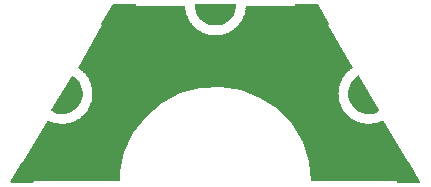
<source format=gbr>
G04 EAGLE Gerber RS-274X export*
G75*
%MOMM*%
%FSLAX34Y34*%
%LPD*%
%INTop Copper*%
%IPPOS*%
%AMOC8*
5,1,8,0,0,1.08239X$1,22.5*%
G01*
%ADD10C,1.000000*%

G36*
X173238Y16D02*
X173238Y16D01*
X173277Y15D01*
X173335Y36D01*
X173395Y48D01*
X173427Y70D01*
X173463Y84D01*
X173508Y126D01*
X173559Y161D01*
X173580Y193D01*
X173608Y220D01*
X173633Y277D01*
X173666Y328D01*
X173672Y367D01*
X173688Y402D01*
X173689Y464D01*
X173699Y524D01*
X173690Y562D01*
X173691Y601D01*
X173663Y674D01*
X173653Y718D01*
X173641Y734D01*
X173633Y757D01*
X164133Y17257D01*
X164114Y17279D01*
X164101Y17305D01*
X164053Y17349D01*
X164049Y17353D01*
X164046Y17355D01*
X164001Y17406D01*
X163975Y17419D01*
X163954Y17438D01*
X163886Y17461D01*
X163822Y17492D01*
X163793Y17494D01*
X163766Y17503D01*
X163695Y17498D01*
X163623Y17501D01*
X163596Y17491D01*
X163567Y17489D01*
X163477Y17447D01*
X163437Y17432D01*
X163429Y17425D01*
X163416Y17419D01*
X162808Y16999D01*
X142057Y52941D01*
X142042Y52946D01*
X142042Y52945D01*
X142041Y52946D01*
X141233Y52479D01*
X140870Y52431D01*
X140869Y52429D01*
X140867Y52430D01*
X140444Y52230D01*
X140443Y52228D01*
X140442Y52229D01*
X139869Y51776D01*
X138907Y51503D01*
X138906Y51502D01*
X138905Y51502D01*
X138000Y51075D01*
X137818Y51066D01*
X137574Y51054D01*
X137330Y51042D01*
X137272Y51039D01*
X137270Y51038D01*
X137269Y51039D01*
X136469Y50812D01*
X136468Y50810D01*
X136466Y50811D01*
X135827Y50459D01*
X134833Y50348D01*
X134832Y50347D01*
X134831Y50348D01*
X133869Y50075D01*
X133144Y50160D01*
X133142Y50159D01*
X133141Y50160D01*
X132314Y50068D01*
X132313Y50066D01*
X132312Y50067D01*
X131623Y49825D01*
X130624Y49879D01*
X130623Y49878D01*
X130622Y49879D01*
X129628Y49769D01*
X128927Y49971D01*
X128925Y49971D01*
X128924Y49972D01*
X128094Y50017D01*
X128093Y50016D01*
X128091Y50017D01*
X127372Y49891D01*
X126396Y50110D01*
X126395Y50109D01*
X126394Y50110D01*
X125395Y50164D01*
X124737Y50480D01*
X124735Y50479D01*
X124735Y50481D01*
X123923Y50662D01*
X123922Y50661D01*
X123921Y50662D01*
X123620Y50660D01*
X123616Y50660D01*
X123191Y50657D01*
X122263Y51033D01*
X122262Y51032D01*
X122262Y51033D01*
X121285Y51251D01*
X120688Y51671D01*
X120686Y51671D01*
X120686Y51672D01*
X119915Y51985D01*
X119913Y51984D01*
X119913Y51985D01*
X119192Y52100D01*
X118339Y52623D01*
X118338Y52623D01*
X118337Y52624D01*
X117410Y53000D01*
X116890Y53512D01*
X116889Y53512D01*
X116888Y53514D01*
X116180Y53949D01*
X116178Y53949D01*
X116177Y53950D01*
X115485Y54182D01*
X114730Y54838D01*
X114729Y54838D01*
X114729Y54840D01*
X113876Y55363D01*
X113447Y55954D01*
X113446Y55954D01*
X113446Y55956D01*
X112818Y56501D01*
X112816Y56501D01*
X112816Y56503D01*
X112171Y56845D01*
X111535Y57617D01*
X111534Y57617D01*
X111534Y57619D01*
X110779Y58275D01*
X110453Y58928D01*
X110452Y58929D01*
X110452Y58931D01*
X109923Y59572D01*
X109921Y59572D01*
X109921Y59574D01*
X109341Y60018D01*
X108841Y60884D01*
X108839Y60884D01*
X108840Y60886D01*
X108203Y61657D01*
X107990Y62355D01*
X107988Y62356D01*
X107989Y62358D01*
X107572Y63078D01*
X107570Y63078D01*
X107571Y63080D01*
X107072Y63613D01*
X106721Y64550D01*
X106720Y64550D01*
X106720Y64551D01*
X106219Y65417D01*
X106124Y66141D01*
X106122Y66142D01*
X106123Y66144D01*
X105831Y66922D01*
X105829Y66923D01*
X105830Y66925D01*
X105426Y67533D01*
X105233Y68514D01*
X105232Y68515D01*
X105233Y68516D01*
X104881Y69453D01*
X104906Y70182D01*
X104905Y70184D01*
X104906Y70185D01*
X104746Y71001D01*
X104744Y71002D01*
X104745Y71004D01*
X104447Y71670D01*
X104419Y72670D01*
X104418Y72671D01*
X104418Y72672D01*
X104226Y73653D01*
X104370Y74369D01*
X104369Y74370D01*
X104371Y74371D01*
X104347Y75203D01*
X104346Y75204D01*
X104347Y75205D01*
X104162Y75912D01*
X104299Y76903D01*
X104298Y76904D01*
X104299Y76904D01*
X104271Y77904D01*
X104531Y78586D01*
X104530Y78588D01*
X104532Y78589D01*
X104645Y79413D01*
X104644Y79414D01*
X104645Y79415D01*
X104580Y80142D01*
X104878Y81097D01*
X104877Y81098D01*
X104878Y81099D01*
X105015Y82090D01*
X105384Y82720D01*
X105383Y82722D01*
X105385Y82722D01*
X105633Y83516D01*
X105632Y83518D01*
X105633Y83519D01*
X105688Y84247D01*
X106139Y85140D01*
X106139Y85141D01*
X106140Y85141D01*
X106438Y86096D01*
X106905Y86657D01*
X106905Y86659D01*
X106907Y86659D01*
X107282Y87401D01*
X107281Y87403D01*
X107283Y87404D01*
X107456Y88113D01*
X108048Y88919D01*
X108048Y88921D01*
X108049Y88921D01*
X108500Y89814D01*
X109054Y90290D01*
X109054Y90291D01*
X109056Y90292D01*
X109548Y90962D01*
X109547Y90964D01*
X109549Y90964D01*
X109837Y91635D01*
X110554Y92333D01*
X110554Y92334D01*
X110555Y92334D01*
X111147Y93141D01*
X111771Y93519D01*
X111772Y93521D01*
X111773Y93521D01*
X112369Y94101D01*
X112369Y94103D01*
X112371Y94103D01*
X112765Y94717D01*
X113587Y95288D01*
X113587Y95289D01*
X113588Y95289D01*
X114305Y95987D01*
X114983Y96257D01*
X114984Y96259D01*
X114985Y96259D01*
X115370Y96526D01*
X115370Y96528D01*
X115372Y96528D01*
X115595Y96819D01*
X116432Y97303D01*
X116434Y97309D01*
X116436Y97310D01*
X116435Y97311D01*
X116437Y97318D01*
X116436Y97318D01*
X116436Y97319D01*
X95686Y133260D01*
X96314Y133557D01*
X96336Y133574D01*
X96363Y133584D01*
X96415Y133633D01*
X96473Y133676D01*
X96487Y133701D01*
X96508Y133720D01*
X96537Y133786D01*
X96573Y133848D01*
X96576Y133876D01*
X96588Y133902D01*
X96589Y133974D01*
X96598Y134045D01*
X96590Y134072D01*
X96591Y134101D01*
X96555Y134196D01*
X96544Y134236D01*
X96537Y134245D01*
X96533Y134257D01*
X87033Y150757D01*
X86981Y150816D01*
X86935Y150878D01*
X86916Y150889D01*
X86901Y150906D01*
X86831Y150940D01*
X86764Y150980D01*
X86740Y150984D01*
X86722Y150992D01*
X86677Y150994D01*
X86600Y151007D01*
X67600Y151007D01*
X67572Y151002D01*
X67544Y151004D01*
X67476Y150982D01*
X67405Y150968D01*
X67382Y150952D01*
X67355Y150943D01*
X67300Y150896D01*
X67241Y150855D01*
X67226Y150831D01*
X67205Y150813D01*
X67173Y150748D01*
X67134Y150688D01*
X67129Y150660D01*
X67117Y150634D01*
X67108Y150533D01*
X67101Y150491D01*
X67103Y150481D01*
X67102Y150468D01*
X67159Y149753D01*
X25641Y149753D01*
X25629Y149743D01*
X25630Y149742D01*
X25629Y149741D01*
X25629Y148792D01*
X25489Y148453D01*
X25489Y148451D01*
X25488Y148450D01*
X25449Y147981D01*
X25450Y147979D01*
X25449Y147978D01*
X25554Y147256D01*
X25309Y146286D01*
X25309Y146284D01*
X25308Y146284D01*
X25226Y145287D01*
X24892Y144638D01*
X24892Y144636D01*
X24891Y144635D01*
X24686Y143826D01*
X24687Y143824D01*
X24685Y143823D01*
X24670Y143094D01*
X24268Y142178D01*
X24269Y142176D01*
X24268Y142176D01*
X24022Y141206D01*
X23586Y140621D01*
X23586Y140619D01*
X23585Y140619D01*
X23249Y139854D01*
X23250Y139852D01*
X23248Y139852D01*
X23113Y139134D01*
X22566Y138297D01*
X22566Y138295D01*
X22565Y138295D01*
X22164Y137379D01*
X21637Y136874D01*
X21637Y136872D01*
X21635Y136872D01*
X21179Y136173D01*
X21179Y136171D01*
X21177Y136170D01*
X20926Y135485D01*
X20249Y134749D01*
X20249Y134748D01*
X20247Y134748D01*
X19700Y133910D01*
X19098Y133498D01*
X19097Y133496D01*
X19096Y133497D01*
X18530Y132882D01*
X18530Y132881D01*
X18529Y132880D01*
X18168Y132246D01*
X17379Y131631D01*
X17378Y131630D01*
X17377Y131630D01*
X16700Y130894D01*
X16038Y130587D01*
X16037Y130585D01*
X16035Y130586D01*
X15376Y130073D01*
X15376Y130071D01*
X15375Y130071D01*
X14914Y129504D01*
X14035Y129028D01*
X14034Y129027D01*
X14033Y129027D01*
X13244Y128413D01*
X12540Y128219D01*
X12539Y128217D01*
X12537Y128218D01*
X11803Y127821D01*
X11803Y127819D01*
X11801Y127819D01*
X11254Y127336D01*
X10308Y127011D01*
X10307Y127010D01*
X10306Y127010D01*
X9426Y126534D01*
X8700Y126459D01*
X8699Y126458D01*
X8697Y126458D01*
X7908Y126187D01*
X7907Y126186D01*
X7906Y126186D01*
X7286Y125800D01*
X6300Y125635D01*
X6299Y125634D01*
X6298Y125635D01*
X5352Y125310D01*
X4623Y125355D01*
X4622Y125354D01*
X4620Y125355D01*
X3797Y125217D01*
X3796Y125216D01*
X3794Y125217D01*
X3120Y124937D01*
X2120Y124937D01*
X2119Y124936D01*
X2118Y124937D01*
X1131Y124773D01*
X420Y124937D01*
X418Y124936D01*
X417Y124937D01*
X-417Y124937D01*
X-419Y124936D01*
X-420Y124937D01*
X-1131Y124773D01*
X-2118Y124937D01*
X-2119Y124936D01*
X-2120Y124937D01*
X-3120Y124937D01*
X-3794Y125217D01*
X-3796Y125216D01*
X-3797Y125217D01*
X-4620Y125355D01*
X-4622Y125354D01*
X-4623Y125355D01*
X-5352Y125310D01*
X-6298Y125635D01*
X-6299Y125634D01*
X-6300Y125635D01*
X-7286Y125800D01*
X-7906Y126186D01*
X-7907Y126186D01*
X-7908Y126187D01*
X-8697Y126458D01*
X-8699Y126458D01*
X-8700Y126459D01*
X-9426Y126534D01*
X-10306Y127010D01*
X-10307Y127010D01*
X-10308Y127011D01*
X-11254Y127336D01*
X-11801Y127819D01*
X-11803Y127819D01*
X-11803Y127821D01*
X-12537Y128218D01*
X-12539Y128218D01*
X-12540Y128219D01*
X-13244Y128413D01*
X-14033Y129027D01*
X-14034Y129027D01*
X-14035Y129028D01*
X-14914Y129504D01*
X-15375Y130071D01*
X-15376Y130071D01*
X-15376Y130073D01*
X-16035Y130586D01*
X-16037Y130585D01*
X-16038Y130587D01*
X-16700Y130894D01*
X-17377Y131630D01*
X-17379Y131630D01*
X-17379Y131631D01*
X-18168Y132246D01*
X-18529Y132880D01*
X-18530Y132881D01*
X-18530Y132882D01*
X-19096Y133497D01*
X-19097Y133497D01*
X-19098Y133498D01*
X-19700Y133910D01*
X-20247Y134748D01*
X-20249Y134748D01*
X-20249Y134749D01*
X-20926Y135485D01*
X-21177Y136170D01*
X-21179Y136171D01*
X-21179Y136173D01*
X-21635Y136872D01*
X-21637Y136872D01*
X-21637Y136874D01*
X-22164Y137379D01*
X-22565Y138295D01*
X-22567Y138296D01*
X-22566Y138297D01*
X-23113Y139134D01*
X-23248Y139852D01*
X-23250Y139853D01*
X-23249Y139854D01*
X-23585Y140619D01*
X-23586Y140619D01*
X-23586Y140621D01*
X-24022Y141206D01*
X-24268Y142176D01*
X-24269Y142177D01*
X-24268Y142178D01*
X-24670Y143094D01*
X-24685Y143823D01*
X-24687Y143825D01*
X-24686Y143826D01*
X-24891Y144635D01*
X-24892Y144637D01*
X-24892Y144638D01*
X-25226Y145287D01*
X-25308Y146284D01*
X-25309Y146285D01*
X-25309Y146286D01*
X-25554Y147256D01*
X-25449Y147978D01*
X-25450Y147979D01*
X-25449Y147981D01*
X-25488Y148450D01*
X-25490Y148452D01*
X-25489Y148453D01*
X-25629Y148792D01*
X-25629Y149741D01*
X-25639Y149753D01*
X-25640Y149752D01*
X-25641Y149753D01*
X-67159Y149753D01*
X-67102Y150468D01*
X-67106Y150497D01*
X-67101Y150525D01*
X-67118Y150594D01*
X-67126Y150666D01*
X-67141Y150690D01*
X-67147Y150718D01*
X-67190Y150776D01*
X-67226Y150838D01*
X-67248Y150855D01*
X-67265Y150878D01*
X-67327Y150915D01*
X-67384Y150958D01*
X-67412Y150965D01*
X-67436Y150980D01*
X-67536Y150996D01*
X-67577Y151007D01*
X-67587Y151005D01*
X-67600Y151007D01*
X-86600Y151007D01*
X-86676Y150992D01*
X-86754Y150983D01*
X-86773Y150972D01*
X-86795Y150968D01*
X-86859Y150924D01*
X-86927Y150885D01*
X-86943Y150866D01*
X-86959Y150855D01*
X-86983Y150817D01*
X-87033Y150757D01*
X-96533Y134257D01*
X-96542Y134230D01*
X-96558Y134206D01*
X-96573Y134136D01*
X-96596Y134068D01*
X-96593Y134040D01*
X-96599Y134012D01*
X-96586Y133942D01*
X-96580Y133870D01*
X-96567Y133845D01*
X-96561Y133817D01*
X-96521Y133757D01*
X-96488Y133694D01*
X-96466Y133676D01*
X-96450Y133652D01*
X-96367Y133594D01*
X-96335Y133567D01*
X-96324Y133564D01*
X-96314Y133557D01*
X-95686Y133260D01*
X-116436Y97319D01*
X-116435Y97314D01*
X-116436Y97313D01*
X-116435Y97312D01*
X-116433Y97303D01*
X-116432Y97304D01*
X-116432Y97303D01*
X-115595Y96819D01*
X-115372Y96528D01*
X-115370Y96528D01*
X-115370Y96526D01*
X-114985Y96259D01*
X-114983Y96259D01*
X-114983Y96257D01*
X-114305Y95987D01*
X-113588Y95289D01*
X-113587Y95289D01*
X-113587Y95288D01*
X-112765Y94717D01*
X-112371Y94103D01*
X-112369Y94103D01*
X-112369Y94101D01*
X-111773Y93521D01*
X-111771Y93521D01*
X-111771Y93519D01*
X-111147Y93141D01*
X-110555Y92334D01*
X-110554Y92334D01*
X-110554Y92333D01*
X-109837Y91635D01*
X-109549Y90964D01*
X-109547Y90963D01*
X-109548Y90962D01*
X-109056Y90292D01*
X-109054Y90291D01*
X-109054Y90290D01*
X-108500Y89814D01*
X-108049Y88921D01*
X-108048Y88920D01*
X-108048Y88919D01*
X-107456Y88113D01*
X-107283Y87404D01*
X-107281Y87403D01*
X-107282Y87401D01*
X-106907Y86659D01*
X-106905Y86658D01*
X-106905Y86657D01*
X-106438Y86096D01*
X-106140Y85141D01*
X-106139Y85141D01*
X-106139Y85140D01*
X-105688Y84247D01*
X-105633Y83519D01*
X-105632Y83517D01*
X-105633Y83516D01*
X-105385Y82722D01*
X-105383Y82721D01*
X-105384Y82720D01*
X-105015Y82090D01*
X-104878Y81099D01*
X-104877Y81098D01*
X-104878Y81097D01*
X-104580Y80142D01*
X-104645Y79415D01*
X-104644Y79414D01*
X-104645Y79413D01*
X-104532Y78589D01*
X-104530Y78588D01*
X-104531Y78586D01*
X-104271Y77904D01*
X-104299Y76904D01*
X-104298Y76903D01*
X-104299Y76903D01*
X-104162Y75912D01*
X-104347Y75205D01*
X-104346Y75205D01*
X-104346Y75204D01*
X-104347Y75203D01*
X-104371Y74371D01*
X-104369Y74370D01*
X-104370Y74369D01*
X-104226Y73653D01*
X-104418Y72672D01*
X-104418Y72670D01*
X-104419Y72670D01*
X-104447Y71670D01*
X-104745Y71004D01*
X-104745Y71002D01*
X-104746Y71001D01*
X-104906Y70185D01*
X-104905Y70183D01*
X-104906Y70182D01*
X-104881Y69453D01*
X-105233Y68516D01*
X-105232Y68515D01*
X-105233Y68514D01*
X-105426Y67533D01*
X-105830Y66925D01*
X-105829Y66923D01*
X-105831Y66922D01*
X-106123Y66144D01*
X-106122Y66142D01*
X-106124Y66141D01*
X-106131Y66085D01*
X-106134Y66061D01*
X-106137Y66037D01*
X-106148Y65954D01*
X-106148Y65953D01*
X-106151Y65930D01*
X-106152Y65930D01*
X-106151Y65930D01*
X-106155Y65906D01*
X-106166Y65822D01*
X-106169Y65798D01*
X-106172Y65774D01*
X-106183Y65691D01*
X-106186Y65667D01*
X-106189Y65643D01*
X-106200Y65560D01*
X-106204Y65536D01*
X-106207Y65512D01*
X-106218Y65428D01*
X-106219Y65417D01*
X-106720Y64551D01*
X-106720Y64550D01*
X-106721Y64550D01*
X-107072Y63613D01*
X-107571Y63080D01*
X-107571Y63078D01*
X-107572Y63078D01*
X-107988Y62358D01*
X-107988Y62356D01*
X-107990Y62355D01*
X-108203Y61657D01*
X-108840Y60886D01*
X-108840Y60884D01*
X-108841Y60884D01*
X-109341Y60018D01*
X-109921Y59574D01*
X-109921Y59572D01*
X-109923Y59572D01*
X-110452Y58931D01*
X-110452Y58929D01*
X-110453Y58928D01*
X-110779Y58275D01*
X-111534Y57619D01*
X-111534Y57617D01*
X-111535Y57617D01*
X-112171Y56845D01*
X-112816Y56503D01*
X-112817Y56501D01*
X-112818Y56501D01*
X-113446Y55956D01*
X-113446Y55954D01*
X-113447Y55954D01*
X-113876Y55363D01*
X-114729Y54840D01*
X-114729Y54838D01*
X-114730Y54838D01*
X-115485Y54182D01*
X-116177Y53950D01*
X-116178Y53949D01*
X-116180Y53949D01*
X-116888Y53514D01*
X-116889Y53512D01*
X-116890Y53512D01*
X-117410Y53000D01*
X-118337Y52624D01*
X-118338Y52623D01*
X-118339Y52623D01*
X-119192Y52100D01*
X-119913Y51985D01*
X-119914Y51984D01*
X-119915Y51985D01*
X-120686Y51672D01*
X-120687Y51671D01*
X-120688Y51671D01*
X-121285Y51251D01*
X-122262Y51033D01*
X-122262Y51032D01*
X-122263Y51033D01*
X-123191Y50657D01*
X-123619Y50660D01*
X-123623Y50660D01*
X-123921Y50662D01*
X-123922Y50661D01*
X-123923Y50662D01*
X-124735Y50481D01*
X-124736Y50479D01*
X-124737Y50480D01*
X-125395Y50164D01*
X-126394Y50110D01*
X-126395Y50109D01*
X-126396Y50110D01*
X-127372Y49891D01*
X-128091Y50017D01*
X-128093Y50016D01*
X-128094Y50017D01*
X-128924Y49972D01*
X-128926Y49971D01*
X-128927Y49971D01*
X-129628Y49769D01*
X-130622Y49879D01*
X-130624Y49878D01*
X-130624Y49879D01*
X-131623Y49825D01*
X-132312Y50067D01*
X-132313Y50066D01*
X-132314Y50068D01*
X-133141Y50160D01*
X-133142Y50159D01*
X-133143Y50159D01*
X-133144Y50160D01*
X-133869Y50075D01*
X-134831Y50348D01*
X-134832Y50347D01*
X-134833Y50348D01*
X-135827Y50459D01*
X-136466Y50811D01*
X-136468Y50811D01*
X-136469Y50812D01*
X-137269Y51039D01*
X-137271Y51038D01*
X-137272Y51039D01*
X-137330Y51042D01*
X-137574Y51054D01*
X-137818Y51066D01*
X-138000Y51075D01*
X-138905Y51502D01*
X-138906Y51502D01*
X-138907Y51503D01*
X-139869Y51776D01*
X-140442Y52229D01*
X-140444Y52229D01*
X-140444Y52230D01*
X-140867Y52430D01*
X-140869Y52429D01*
X-140870Y52431D01*
X-141233Y52479D01*
X-142041Y52946D01*
X-142056Y52943D01*
X-142056Y52942D01*
X-142057Y52941D01*
X-162808Y16999D01*
X-163416Y17419D01*
X-163443Y17430D01*
X-163465Y17449D01*
X-163534Y17469D01*
X-163599Y17497D01*
X-163628Y17497D01*
X-163656Y17505D01*
X-163727Y17497D01*
X-163798Y17498D01*
X-163825Y17486D01*
X-163854Y17483D01*
X-163916Y17448D01*
X-163981Y17420D01*
X-164002Y17400D01*
X-164027Y17385D01*
X-164071Y17332D01*
X-164073Y17330D01*
X-164076Y17326D01*
X-164091Y17308D01*
X-164120Y17278D01*
X-164124Y17268D01*
X-164133Y17257D01*
X-173633Y757D01*
X-173645Y720D01*
X-173666Y687D01*
X-173676Y627D01*
X-173696Y568D01*
X-173693Y530D01*
X-173699Y491D01*
X-173685Y431D01*
X-173680Y370D01*
X-173662Y336D01*
X-173653Y298D01*
X-173616Y248D01*
X-173588Y194D01*
X-173558Y169D01*
X-173535Y138D01*
X-173482Y106D01*
X-173435Y67D01*
X-173397Y56D01*
X-173364Y36D01*
X-173287Y23D01*
X-173244Y11D01*
X-173224Y13D01*
X-173200Y9D01*
X-154302Y19D01*
X-154277Y24D01*
X-154251Y21D01*
X-154180Y44D01*
X-154107Y58D01*
X-154086Y73D01*
X-154061Y81D01*
X-154004Y129D01*
X-153943Y171D01*
X-153929Y193D01*
X-153910Y209D01*
X-153876Y276D01*
X-153836Y339D01*
X-153832Y364D01*
X-153820Y387D01*
X-153809Y497D01*
X-153803Y535D01*
X-153805Y543D01*
X-153804Y553D01*
X-153853Y1263D01*
X-80829Y1263D01*
X-80817Y1273D01*
X-80818Y1274D01*
X-80817Y1275D01*
X-80817Y8789D01*
X-77038Y25957D01*
X-69657Y41911D01*
X-59019Y55905D01*
X-45621Y67286D01*
X-30090Y75520D01*
X-13152Y80222D01*
X4401Y81174D01*
X21748Y78330D01*
X38078Y71824D01*
X52628Y61959D01*
X64717Y49197D01*
X73780Y34134D01*
X79393Y17476D01*
X81155Y1273D01*
X81167Y1263D01*
X153853Y1263D01*
X153804Y553D01*
X153807Y527D01*
X153803Y502D01*
X153820Y429D01*
X153830Y355D01*
X153843Y333D01*
X153849Y308D01*
X153893Y248D01*
X153931Y184D01*
X153951Y169D01*
X153967Y148D01*
X154031Y110D01*
X154091Y66D01*
X154116Y60D01*
X154138Y47D01*
X154246Y28D01*
X154284Y19D01*
X154292Y20D01*
X154302Y19D01*
X173200Y9D01*
X173238Y16D01*
G37*
G36*
X1438Y133074D02*
X1438Y133074D01*
X1486Y133074D01*
X4255Y133536D01*
X4288Y133548D01*
X4335Y133556D01*
X6991Y134468D01*
X7021Y134485D01*
X7066Y134501D01*
X9536Y135837D01*
X9562Y135859D01*
X9605Y135882D01*
X11820Y137607D01*
X11843Y137633D01*
X11881Y137663D01*
X13783Y139728D01*
X13801Y139758D01*
X13833Y139793D01*
X15369Y142144D01*
X15382Y142176D01*
X15408Y142216D01*
X16536Y144788D01*
X16543Y144821D01*
X16563Y144866D01*
X17252Y147587D01*
X17254Y147622D01*
X17266Y147669D01*
X17498Y150467D01*
X17494Y150496D01*
X17499Y150525D01*
X17483Y150594D01*
X17474Y150664D01*
X17460Y150690D01*
X17453Y150718D01*
X17411Y150775D01*
X17376Y150837D01*
X17352Y150855D01*
X17335Y150878D01*
X17274Y150914D01*
X17217Y150957D01*
X17189Y150965D01*
X17164Y150980D01*
X17066Y150996D01*
X17025Y151007D01*
X17014Y151005D01*
X17000Y151007D01*
X-17000Y151007D01*
X-17029Y151001D01*
X-17058Y151004D01*
X-17125Y150982D01*
X-17195Y150968D01*
X-17219Y150951D01*
X-17247Y150942D01*
X-17300Y150895D01*
X-17359Y150855D01*
X-17375Y150831D01*
X-17397Y150811D01*
X-17428Y150747D01*
X-17466Y150688D01*
X-17471Y150659D01*
X-17483Y150633D01*
X-17492Y150533D01*
X-17499Y150491D01*
X-17496Y150481D01*
X-17498Y150467D01*
X-17266Y147669D01*
X-17256Y147635D01*
X-17252Y147587D01*
X-16563Y144866D01*
X-16548Y144834D01*
X-16536Y144788D01*
X-15408Y142216D01*
X-15388Y142188D01*
X-15369Y142144D01*
X-13833Y139793D01*
X-13809Y139769D01*
X-13783Y139728D01*
X-11881Y137663D01*
X-11853Y137642D01*
X-11820Y137607D01*
X-9605Y135882D01*
X-9574Y135867D01*
X-9536Y135837D01*
X-7066Y134501D01*
X-7033Y134491D01*
X-6991Y134468D01*
X-4335Y133556D01*
X-4301Y133552D01*
X-4255Y133536D01*
X-1486Y133074D01*
X-1451Y133075D01*
X-1404Y133067D01*
X1404Y133067D01*
X1438Y133074D01*
G37*
G36*
X130386Y58041D02*
X130386Y58041D01*
X130434Y58038D01*
X133222Y58348D01*
X133255Y58359D01*
X133303Y58364D01*
X136001Y59129D01*
X136031Y59145D01*
X136078Y59158D01*
X138613Y60357D01*
X138637Y60374D01*
X138664Y60384D01*
X138716Y60433D01*
X138773Y60476D01*
X138787Y60501D01*
X138809Y60521D01*
X138837Y60586D01*
X138873Y60648D01*
X138876Y60676D01*
X138888Y60703D01*
X138889Y60774D01*
X138898Y60845D01*
X138890Y60873D01*
X138890Y60902D01*
X138856Y60995D01*
X138844Y61036D01*
X138837Y61045D01*
X138832Y61058D01*
X121832Y90458D01*
X121813Y90480D01*
X121800Y90506D01*
X121747Y90554D01*
X121700Y90607D01*
X121674Y90619D01*
X121652Y90639D01*
X121585Y90662D01*
X121521Y90692D01*
X121492Y90694D01*
X121464Y90703D01*
X121393Y90698D01*
X121322Y90701D01*
X121295Y90691D01*
X121266Y90689D01*
X121176Y90647D01*
X121136Y90632D01*
X121128Y90624D01*
X121115Y90618D01*
X118812Y89019D01*
X118788Y88994D01*
X118748Y88966D01*
X116739Y87009D01*
X116720Y86980D01*
X116685Y86947D01*
X115026Y84686D01*
X115011Y84655D01*
X114982Y84616D01*
X113718Y82113D01*
X113709Y82079D01*
X113687Y82036D01*
X112851Y79359D01*
X112848Y79325D01*
X112833Y79279D01*
X112450Y76500D01*
X112452Y76466D01*
X112446Y76418D01*
X112525Y73615D01*
X112533Y73581D01*
X112534Y73533D01*
X113073Y70781D01*
X113087Y70749D01*
X113096Y70701D01*
X114081Y68076D01*
X114099Y68046D01*
X114116Y68001D01*
X115520Y65573D01*
X115543Y65547D01*
X115567Y65506D01*
X117351Y63342D01*
X117378Y63320D01*
X117409Y63283D01*
X119525Y61442D01*
X119555Y61425D01*
X119591Y61394D01*
X121982Y59926D01*
X122014Y59915D01*
X122055Y59889D01*
X124654Y58836D01*
X124688Y58829D01*
X124733Y58811D01*
X127470Y58200D01*
X127505Y58199D01*
X127552Y58188D01*
X130352Y58036D01*
X130386Y58041D01*
G37*
G36*
X-127552Y58188D02*
X-127552Y58188D01*
X-127518Y58197D01*
X-127470Y58200D01*
X-124733Y58811D01*
X-124701Y58825D01*
X-124654Y58836D01*
X-122055Y59889D01*
X-122026Y59908D01*
X-121982Y59926D01*
X-119591Y61394D01*
X-119566Y61417D01*
X-119525Y61442D01*
X-117409Y63283D01*
X-117388Y63310D01*
X-117351Y63342D01*
X-115567Y65506D01*
X-115551Y65536D01*
X-115520Y65573D01*
X-114116Y68001D01*
X-114105Y68034D01*
X-114081Y68076D01*
X-113096Y70701D01*
X-113090Y70736D01*
X-113073Y70781D01*
X-112534Y73533D01*
X-112534Y73568D01*
X-112525Y73615D01*
X-112446Y76418D01*
X-112452Y76452D01*
X-112450Y76500D01*
X-112833Y79279D01*
X-112845Y79311D01*
X-112851Y79359D01*
X-113687Y82036D01*
X-113704Y82067D01*
X-113718Y82113D01*
X-114982Y84616D01*
X-115004Y84643D01*
X-115026Y84686D01*
X-116685Y86947D01*
X-116711Y86970D01*
X-116739Y87009D01*
X-118748Y88966D01*
X-118777Y88985D01*
X-118812Y89019D01*
X-121115Y90618D01*
X-121142Y90630D01*
X-121165Y90648D01*
X-121233Y90669D01*
X-121298Y90697D01*
X-121327Y90697D01*
X-121355Y90705D01*
X-121426Y90697D01*
X-121497Y90698D01*
X-121524Y90687D01*
X-121553Y90683D01*
X-121615Y90649D01*
X-121680Y90621D01*
X-121701Y90600D01*
X-121726Y90586D01*
X-121789Y90510D01*
X-121819Y90479D01*
X-121823Y90469D01*
X-121832Y90458D01*
X-138832Y61058D01*
X-138841Y61030D01*
X-138858Y61006D01*
X-138873Y60937D01*
X-138895Y60869D01*
X-138893Y60840D01*
X-138899Y60812D01*
X-138886Y60742D01*
X-138880Y60671D01*
X-138867Y60645D01*
X-138861Y60617D01*
X-138821Y60558D01*
X-138789Y60495D01*
X-138766Y60476D01*
X-138750Y60452D01*
X-138668Y60395D01*
X-138635Y60368D01*
X-138625Y60365D01*
X-138613Y60357D01*
X-136078Y59158D01*
X-136044Y59150D01*
X-136001Y59129D01*
X-133303Y58364D01*
X-133268Y58362D01*
X-133222Y58348D01*
X-130434Y58038D01*
X-130400Y58041D01*
X-130352Y58036D01*
X-127552Y58188D01*
G37*
D10*
X82600Y143608D03*
X161644Y7112D03*
X-162152Y7112D03*
X-82600Y143608D03*
X123900Y72008D03*
X-123900Y72008D03*
X0Y143608D03*
M02*

</source>
